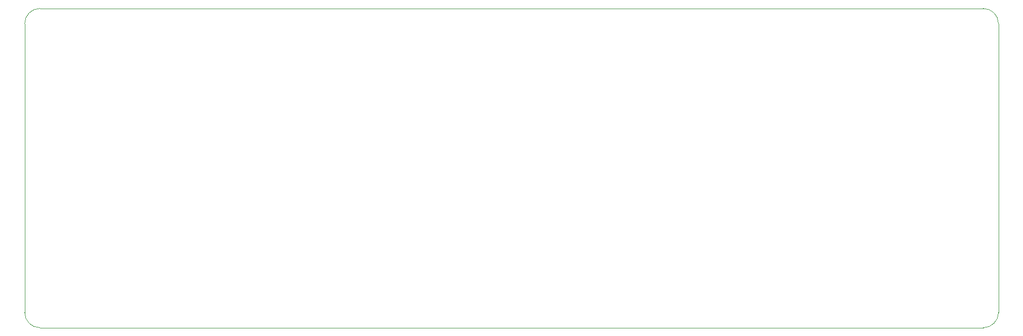
<source format=gbr>
%TF.GenerationSoftware,KiCad,Pcbnew,7.0.5*%
%TF.CreationDate,2025-04-03T03:30:24-04:00*%
%TF.ProjectId,fuck_it_stepper_2,6675636b-5f69-4745-9f73-746570706572,rev?*%
%TF.SameCoordinates,Original*%
%TF.FileFunction,Profile,NP*%
%FSLAX46Y46*%
G04 Gerber Fmt 4.6, Leading zero omitted, Abs format (unit mm)*
G04 Created by KiCad (PCBNEW 7.0.5) date 2025-04-03 03:30:24*
%MOMM*%
%LPD*%
G01*
G04 APERTURE LIST*
%TA.AperFunction,Profile*%
%ADD10C,0.100000*%
%TD*%
G04 APERTURE END LIST*
D10*
X35560000Y-22860000D02*
X35560000Y-71120000D01*
X195580000Y-20320000D02*
X38100000Y-20320000D01*
X198120000Y-71120000D02*
X198120000Y-22860000D01*
X38100000Y-73660000D02*
X195580000Y-73660000D01*
X35560000Y-71120000D02*
G75*
G03*
X38100000Y-73660000I2540000J0D01*
G01*
X38100000Y-20320000D02*
G75*
G03*
X35560000Y-22860000I0J-2540000D01*
G01*
X198120000Y-22860000D02*
G75*
G03*
X195580000Y-20320000I-2540000J0D01*
G01*
X195580000Y-73660000D02*
G75*
G03*
X198120000Y-71120000I0J2540000D01*
G01*
M02*

</source>
